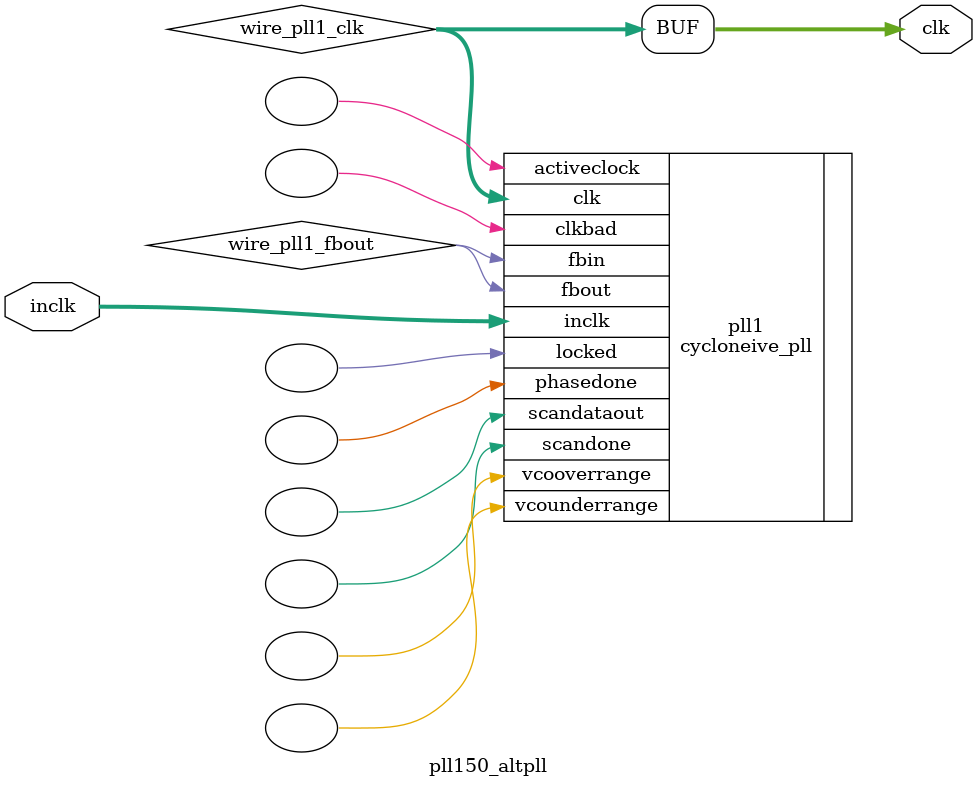
<source format=v>






//synthesis_resources = cycloneive_pll 1 
//synopsys translate_off
`timescale 1 ps / 1 ps
//synopsys translate_on
module  pll150_altpll
	( 
	clk,
	inclk) /* synthesis synthesis_clearbox=1 */;
	output   [4:0]  clk;
	input   [1:0]  inclk;
`ifndef ALTERA_RESERVED_QIS
// synopsys translate_off
`endif
	tri0   [1:0]  inclk;
`ifndef ALTERA_RESERVED_QIS
// synopsys translate_on
`endif

	wire  [4:0]   wire_pll1_clk;
	wire  wire_pll1_fbout;

	cycloneive_pll   pll1
	( 
	.activeclock(),
	.clk(wire_pll1_clk),
	.clkbad(),
	.fbin(wire_pll1_fbout),
	.fbout(wire_pll1_fbout),
	.inclk(inclk),
	.locked(),
	.phasedone(),
	.scandataout(),
	.scandone(),
	.vcooverrange(),
	.vcounderrange()
	`ifndef FORMAL_VERIFICATION
	// synopsys translate_off
	`endif
	,
	.areset(1'b0),
	.clkswitch(1'b0),
	.configupdate(1'b0),
	.pfdena(1'b1),
	.phasecounterselect({3{1'b0}}),
	.phasestep(1'b0),
	.phaseupdown(1'b0),
	.scanclk(1'b0),
	.scanclkena(1'b1),
	.scandata(1'b0)
	`ifndef FORMAL_VERIFICATION
	// synopsys translate_on
	`endif
	);
	defparam
		pll1.bandwidth_type = "auto",
		pll1.clk0_divide_by = 1,
		pll1.clk0_duty_cycle = 50,
		pll1.clk0_multiply_by = 3,
		pll1.clk0_phase_shift = "0",
		pll1.compensate_clock = "clk0",
		pll1.inclk0_input_frequency = 20000,
		pll1.operation_mode = "normal",
		pll1.pll_type = "auto",
		pll1.lpm_type = "cycloneive_pll";
	assign
		clk = {wire_pll1_clk[4:0]};
endmodule //pll150_altpll
//VALID FILE

</source>
